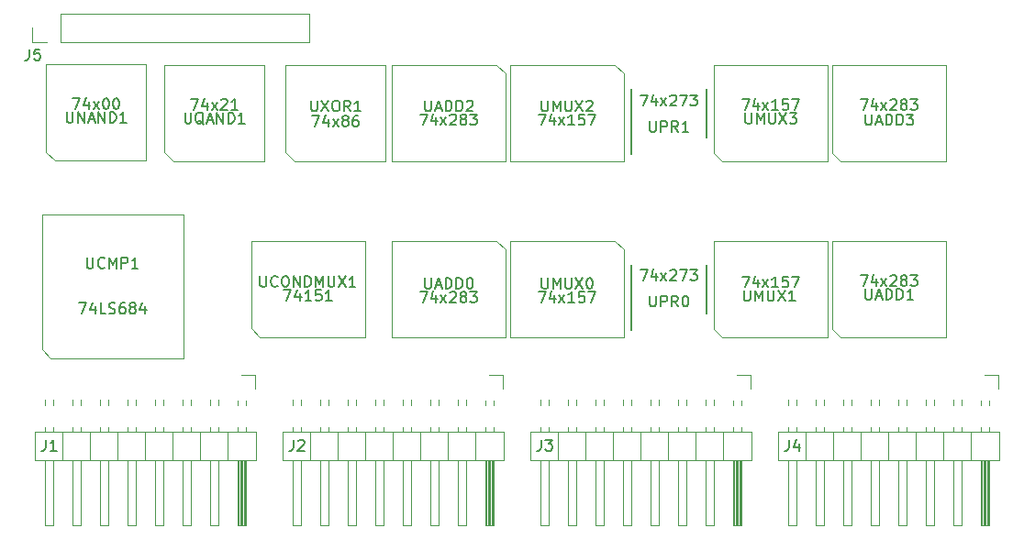
<source format=gbr>
G04 #@! TF.GenerationSoftware,KiCad,Pcbnew,5.1.5+dfsg1-2build2*
G04 #@! TF.CreationDate,2022-05-21T12:29:04-07:00*
G04 #@! TF.ProjectId,ProgramCounter,50726f67-7261-46d4-936f-756e7465722e,rev?*
G04 #@! TF.SameCoordinates,Original*
G04 #@! TF.FileFunction,Legend,Top*
G04 #@! TF.FilePolarity,Positive*
%FSLAX46Y46*%
G04 Gerber Fmt 4.6, Leading zero omitted, Abs format (unit mm)*
G04 Created by KiCad (PCBNEW 5.1.5+dfsg1-2build2) date 2022-05-21 12:29:04*
%MOMM*%
%LPD*%
G04 APERTURE LIST*
%ADD10C,0.120000*%
%ADD11C,0.150000*%
G04 APERTURE END LIST*
D10*
X50994000Y-53654000D02*
X50994000Y-52324000D01*
X52324000Y-53654000D02*
X50994000Y-53654000D01*
X53594000Y-53654000D02*
X53594000Y-50994000D01*
X53594000Y-50994000D02*
X76514000Y-50994000D01*
X53594000Y-53654000D02*
X76514000Y-53654000D01*
X76514000Y-53654000D02*
X76514000Y-50994000D01*
X140170000Y-84390000D02*
X140170000Y-85660000D01*
X138900000Y-84390000D02*
X140170000Y-84390000D01*
X120740000Y-86702929D02*
X120740000Y-87157071D01*
X121500000Y-86702929D02*
X121500000Y-87157071D01*
X120740000Y-89242929D02*
X120740000Y-89640000D01*
X121500000Y-89242929D02*
X121500000Y-89640000D01*
X120740000Y-98300000D02*
X120740000Y-92300000D01*
X121500000Y-98300000D02*
X120740000Y-98300000D01*
X121500000Y-92300000D02*
X121500000Y-98300000D01*
X122390000Y-89640000D02*
X122390000Y-92300000D01*
X123280000Y-86702929D02*
X123280000Y-87157071D01*
X124040000Y-86702929D02*
X124040000Y-87157071D01*
X123280000Y-89242929D02*
X123280000Y-89640000D01*
X124040000Y-89242929D02*
X124040000Y-89640000D01*
X123280000Y-98300000D02*
X123280000Y-92300000D01*
X124040000Y-98300000D02*
X123280000Y-98300000D01*
X124040000Y-92300000D02*
X124040000Y-98300000D01*
X124930000Y-89640000D02*
X124930000Y-92300000D01*
X125820000Y-86702929D02*
X125820000Y-87157071D01*
X126580000Y-86702929D02*
X126580000Y-87157071D01*
X125820000Y-89242929D02*
X125820000Y-89640000D01*
X126580000Y-89242929D02*
X126580000Y-89640000D01*
X125820000Y-98300000D02*
X125820000Y-92300000D01*
X126580000Y-98300000D02*
X125820000Y-98300000D01*
X126580000Y-92300000D02*
X126580000Y-98300000D01*
X127470000Y-89640000D02*
X127470000Y-92300000D01*
X128360000Y-86702929D02*
X128360000Y-87157071D01*
X129120000Y-86702929D02*
X129120000Y-87157071D01*
X128360000Y-89242929D02*
X128360000Y-89640000D01*
X129120000Y-89242929D02*
X129120000Y-89640000D01*
X128360000Y-98300000D02*
X128360000Y-92300000D01*
X129120000Y-98300000D02*
X128360000Y-98300000D01*
X129120000Y-92300000D02*
X129120000Y-98300000D01*
X130010000Y-89640000D02*
X130010000Y-92300000D01*
X130900000Y-86702929D02*
X130900000Y-87157071D01*
X131660000Y-86702929D02*
X131660000Y-87157071D01*
X130900000Y-89242929D02*
X130900000Y-89640000D01*
X131660000Y-89242929D02*
X131660000Y-89640000D01*
X130900000Y-98300000D02*
X130900000Y-92300000D01*
X131660000Y-98300000D02*
X130900000Y-98300000D01*
X131660000Y-92300000D02*
X131660000Y-98300000D01*
X132550000Y-89640000D02*
X132550000Y-92300000D01*
X133440000Y-86702929D02*
X133440000Y-87157071D01*
X134200000Y-86702929D02*
X134200000Y-87157071D01*
X133440000Y-89242929D02*
X133440000Y-89640000D01*
X134200000Y-89242929D02*
X134200000Y-89640000D01*
X133440000Y-98300000D02*
X133440000Y-92300000D01*
X134200000Y-98300000D02*
X133440000Y-98300000D01*
X134200000Y-92300000D02*
X134200000Y-98300000D01*
X135090000Y-89640000D02*
X135090000Y-92300000D01*
X135980000Y-86702929D02*
X135980000Y-87157071D01*
X136740000Y-86702929D02*
X136740000Y-87157071D01*
X135980000Y-89242929D02*
X135980000Y-89640000D01*
X136740000Y-89242929D02*
X136740000Y-89640000D01*
X135980000Y-98300000D02*
X135980000Y-92300000D01*
X136740000Y-98300000D02*
X135980000Y-98300000D01*
X136740000Y-92300000D02*
X136740000Y-98300000D01*
X137630000Y-89640000D02*
X137630000Y-92300000D01*
X138520000Y-86770000D02*
X138520000Y-87157071D01*
X139280000Y-86770000D02*
X139280000Y-87157071D01*
X138520000Y-89242929D02*
X138520000Y-89640000D01*
X139280000Y-89242929D02*
X139280000Y-89640000D01*
X138620000Y-92300000D02*
X138620000Y-98300000D01*
X138740000Y-92300000D02*
X138740000Y-98300000D01*
X138860000Y-92300000D02*
X138860000Y-98300000D01*
X138980000Y-92300000D02*
X138980000Y-98300000D01*
X139100000Y-92300000D02*
X139100000Y-98300000D01*
X139220000Y-92300000D02*
X139220000Y-98300000D01*
X138520000Y-98300000D02*
X138520000Y-92300000D01*
X139280000Y-98300000D02*
X138520000Y-98300000D01*
X139280000Y-92300000D02*
X139280000Y-98300000D01*
X140230000Y-92300000D02*
X140230000Y-89640000D01*
X119790000Y-92300000D02*
X140230000Y-92300000D01*
X119790000Y-89640000D02*
X119790000Y-92300000D01*
X140230000Y-89640000D02*
X119790000Y-89640000D01*
X94450000Y-84390000D02*
X94450000Y-85660000D01*
X93180000Y-84390000D02*
X94450000Y-84390000D01*
X75020000Y-86702929D02*
X75020000Y-87157071D01*
X75780000Y-86702929D02*
X75780000Y-87157071D01*
X75020000Y-89242929D02*
X75020000Y-89640000D01*
X75780000Y-89242929D02*
X75780000Y-89640000D01*
X75020000Y-98300000D02*
X75020000Y-92300000D01*
X75780000Y-98300000D02*
X75020000Y-98300000D01*
X75780000Y-92300000D02*
X75780000Y-98300000D01*
X76670000Y-89640000D02*
X76670000Y-92300000D01*
X77560000Y-86702929D02*
X77560000Y-87157071D01*
X78320000Y-86702929D02*
X78320000Y-87157071D01*
X77560000Y-89242929D02*
X77560000Y-89640000D01*
X78320000Y-89242929D02*
X78320000Y-89640000D01*
X77560000Y-98300000D02*
X77560000Y-92300000D01*
X78320000Y-98300000D02*
X77560000Y-98300000D01*
X78320000Y-92300000D02*
X78320000Y-98300000D01*
X79210000Y-89640000D02*
X79210000Y-92300000D01*
X80100000Y-86702929D02*
X80100000Y-87157071D01*
X80860000Y-86702929D02*
X80860000Y-87157071D01*
X80100000Y-89242929D02*
X80100000Y-89640000D01*
X80860000Y-89242929D02*
X80860000Y-89640000D01*
X80100000Y-98300000D02*
X80100000Y-92300000D01*
X80860000Y-98300000D02*
X80100000Y-98300000D01*
X80860000Y-92300000D02*
X80860000Y-98300000D01*
X81750000Y-89640000D02*
X81750000Y-92300000D01*
X82640000Y-86702929D02*
X82640000Y-87157071D01*
X83400000Y-86702929D02*
X83400000Y-87157071D01*
X82640000Y-89242929D02*
X82640000Y-89640000D01*
X83400000Y-89242929D02*
X83400000Y-89640000D01*
X82640000Y-98300000D02*
X82640000Y-92300000D01*
X83400000Y-98300000D02*
X82640000Y-98300000D01*
X83400000Y-92300000D02*
X83400000Y-98300000D01*
X84290000Y-89640000D02*
X84290000Y-92300000D01*
X85180000Y-86702929D02*
X85180000Y-87157071D01*
X85940000Y-86702929D02*
X85940000Y-87157071D01*
X85180000Y-89242929D02*
X85180000Y-89640000D01*
X85940000Y-89242929D02*
X85940000Y-89640000D01*
X85180000Y-98300000D02*
X85180000Y-92300000D01*
X85940000Y-98300000D02*
X85180000Y-98300000D01*
X85940000Y-92300000D02*
X85940000Y-98300000D01*
X86830000Y-89640000D02*
X86830000Y-92300000D01*
X87720000Y-86702929D02*
X87720000Y-87157071D01*
X88480000Y-86702929D02*
X88480000Y-87157071D01*
X87720000Y-89242929D02*
X87720000Y-89640000D01*
X88480000Y-89242929D02*
X88480000Y-89640000D01*
X87720000Y-98300000D02*
X87720000Y-92300000D01*
X88480000Y-98300000D02*
X87720000Y-98300000D01*
X88480000Y-92300000D02*
X88480000Y-98300000D01*
X89370000Y-89640000D02*
X89370000Y-92300000D01*
X90260000Y-86702929D02*
X90260000Y-87157071D01*
X91020000Y-86702929D02*
X91020000Y-87157071D01*
X90260000Y-89242929D02*
X90260000Y-89640000D01*
X91020000Y-89242929D02*
X91020000Y-89640000D01*
X90260000Y-98300000D02*
X90260000Y-92300000D01*
X91020000Y-98300000D02*
X90260000Y-98300000D01*
X91020000Y-92300000D02*
X91020000Y-98300000D01*
X91910000Y-89640000D02*
X91910000Y-92300000D01*
X92800000Y-86770000D02*
X92800000Y-87157071D01*
X93560000Y-86770000D02*
X93560000Y-87157071D01*
X92800000Y-89242929D02*
X92800000Y-89640000D01*
X93560000Y-89242929D02*
X93560000Y-89640000D01*
X92900000Y-92300000D02*
X92900000Y-98300000D01*
X93020000Y-92300000D02*
X93020000Y-98300000D01*
X93140000Y-92300000D02*
X93140000Y-98300000D01*
X93260000Y-92300000D02*
X93260000Y-98300000D01*
X93380000Y-92300000D02*
X93380000Y-98300000D01*
X93500000Y-92300000D02*
X93500000Y-98300000D01*
X92800000Y-98300000D02*
X92800000Y-92300000D01*
X93560000Y-98300000D02*
X92800000Y-98300000D01*
X93560000Y-92300000D02*
X93560000Y-98300000D01*
X94510000Y-92300000D02*
X94510000Y-89640000D01*
X74070000Y-92300000D02*
X94510000Y-92300000D01*
X74070000Y-89640000D02*
X74070000Y-92300000D01*
X94510000Y-89640000D02*
X74070000Y-89640000D01*
X71590000Y-84390000D02*
X71590000Y-85660000D01*
X70320000Y-84390000D02*
X71590000Y-84390000D01*
X52160000Y-86702929D02*
X52160000Y-87157071D01*
X52920000Y-86702929D02*
X52920000Y-87157071D01*
X52160000Y-89242929D02*
X52160000Y-89640000D01*
X52920000Y-89242929D02*
X52920000Y-89640000D01*
X52160000Y-98300000D02*
X52160000Y-92300000D01*
X52920000Y-98300000D02*
X52160000Y-98300000D01*
X52920000Y-92300000D02*
X52920000Y-98300000D01*
X53810000Y-89640000D02*
X53810000Y-92300000D01*
X54700000Y-86702929D02*
X54700000Y-87157071D01*
X55460000Y-86702929D02*
X55460000Y-87157071D01*
X54700000Y-89242929D02*
X54700000Y-89640000D01*
X55460000Y-89242929D02*
X55460000Y-89640000D01*
X54700000Y-98300000D02*
X54700000Y-92300000D01*
X55460000Y-98300000D02*
X54700000Y-98300000D01*
X55460000Y-92300000D02*
X55460000Y-98300000D01*
X56350000Y-89640000D02*
X56350000Y-92300000D01*
X57240000Y-86702929D02*
X57240000Y-87157071D01*
X58000000Y-86702929D02*
X58000000Y-87157071D01*
X57240000Y-89242929D02*
X57240000Y-89640000D01*
X58000000Y-89242929D02*
X58000000Y-89640000D01*
X57240000Y-98300000D02*
X57240000Y-92300000D01*
X58000000Y-98300000D02*
X57240000Y-98300000D01*
X58000000Y-92300000D02*
X58000000Y-98300000D01*
X58890000Y-89640000D02*
X58890000Y-92300000D01*
X59780000Y-86702929D02*
X59780000Y-87157071D01*
X60540000Y-86702929D02*
X60540000Y-87157071D01*
X59780000Y-89242929D02*
X59780000Y-89640000D01*
X60540000Y-89242929D02*
X60540000Y-89640000D01*
X59780000Y-98300000D02*
X59780000Y-92300000D01*
X60540000Y-98300000D02*
X59780000Y-98300000D01*
X60540000Y-92300000D02*
X60540000Y-98300000D01*
X61430000Y-89640000D02*
X61430000Y-92300000D01*
X62320000Y-86702929D02*
X62320000Y-87157071D01*
X63080000Y-86702929D02*
X63080000Y-87157071D01*
X62320000Y-89242929D02*
X62320000Y-89640000D01*
X63080000Y-89242929D02*
X63080000Y-89640000D01*
X62320000Y-98300000D02*
X62320000Y-92300000D01*
X63080000Y-98300000D02*
X62320000Y-98300000D01*
X63080000Y-92300000D02*
X63080000Y-98300000D01*
X63970000Y-89640000D02*
X63970000Y-92300000D01*
X64860000Y-86702929D02*
X64860000Y-87157071D01*
X65620000Y-86702929D02*
X65620000Y-87157071D01*
X64860000Y-89242929D02*
X64860000Y-89640000D01*
X65620000Y-89242929D02*
X65620000Y-89640000D01*
X64860000Y-98300000D02*
X64860000Y-92300000D01*
X65620000Y-98300000D02*
X64860000Y-98300000D01*
X65620000Y-92300000D02*
X65620000Y-98300000D01*
X66510000Y-89640000D02*
X66510000Y-92300000D01*
X67400000Y-86702929D02*
X67400000Y-87157071D01*
X68160000Y-86702929D02*
X68160000Y-87157071D01*
X67400000Y-89242929D02*
X67400000Y-89640000D01*
X68160000Y-89242929D02*
X68160000Y-89640000D01*
X67400000Y-98300000D02*
X67400000Y-92300000D01*
X68160000Y-98300000D02*
X67400000Y-98300000D01*
X68160000Y-92300000D02*
X68160000Y-98300000D01*
X69050000Y-89640000D02*
X69050000Y-92300000D01*
X69940000Y-86770000D02*
X69940000Y-87157071D01*
X70700000Y-86770000D02*
X70700000Y-87157071D01*
X69940000Y-89242929D02*
X69940000Y-89640000D01*
X70700000Y-89242929D02*
X70700000Y-89640000D01*
X70040000Y-92300000D02*
X70040000Y-98300000D01*
X70160000Y-92300000D02*
X70160000Y-98300000D01*
X70280000Y-92300000D02*
X70280000Y-98300000D01*
X70400000Y-92300000D02*
X70400000Y-98300000D01*
X70520000Y-92300000D02*
X70520000Y-98300000D01*
X70640000Y-92300000D02*
X70640000Y-98300000D01*
X69940000Y-98300000D02*
X69940000Y-92300000D01*
X70700000Y-98300000D02*
X69940000Y-98300000D01*
X70700000Y-92300000D02*
X70700000Y-98300000D01*
X71650000Y-92300000D02*
X71650000Y-89640000D01*
X51210000Y-92300000D02*
X71650000Y-92300000D01*
X51210000Y-89640000D02*
X51210000Y-92300000D01*
X71650000Y-89640000D02*
X51210000Y-89640000D01*
X117310000Y-84390000D02*
X117310000Y-85660000D01*
X116040000Y-84390000D02*
X117310000Y-84390000D01*
X97880000Y-86702929D02*
X97880000Y-87157071D01*
X98640000Y-86702929D02*
X98640000Y-87157071D01*
X97880000Y-89242929D02*
X97880000Y-89640000D01*
X98640000Y-89242929D02*
X98640000Y-89640000D01*
X97880000Y-98300000D02*
X97880000Y-92300000D01*
X98640000Y-98300000D02*
X97880000Y-98300000D01*
X98640000Y-92300000D02*
X98640000Y-98300000D01*
X99530000Y-89640000D02*
X99530000Y-92300000D01*
X100420000Y-86702929D02*
X100420000Y-87157071D01*
X101180000Y-86702929D02*
X101180000Y-87157071D01*
X100420000Y-89242929D02*
X100420000Y-89640000D01*
X101180000Y-89242929D02*
X101180000Y-89640000D01*
X100420000Y-98300000D02*
X100420000Y-92300000D01*
X101180000Y-98300000D02*
X100420000Y-98300000D01*
X101180000Y-92300000D02*
X101180000Y-98300000D01*
X102070000Y-89640000D02*
X102070000Y-92300000D01*
X102960000Y-86702929D02*
X102960000Y-87157071D01*
X103720000Y-86702929D02*
X103720000Y-87157071D01*
X102960000Y-89242929D02*
X102960000Y-89640000D01*
X103720000Y-89242929D02*
X103720000Y-89640000D01*
X102960000Y-98300000D02*
X102960000Y-92300000D01*
X103720000Y-98300000D02*
X102960000Y-98300000D01*
X103720000Y-92300000D02*
X103720000Y-98300000D01*
X104610000Y-89640000D02*
X104610000Y-92300000D01*
X105500000Y-86702929D02*
X105500000Y-87157071D01*
X106260000Y-86702929D02*
X106260000Y-87157071D01*
X105500000Y-89242929D02*
X105500000Y-89640000D01*
X106260000Y-89242929D02*
X106260000Y-89640000D01*
X105500000Y-98300000D02*
X105500000Y-92300000D01*
X106260000Y-98300000D02*
X105500000Y-98300000D01*
X106260000Y-92300000D02*
X106260000Y-98300000D01*
X107150000Y-89640000D02*
X107150000Y-92300000D01*
X108040000Y-86702929D02*
X108040000Y-87157071D01*
X108800000Y-86702929D02*
X108800000Y-87157071D01*
X108040000Y-89242929D02*
X108040000Y-89640000D01*
X108800000Y-89242929D02*
X108800000Y-89640000D01*
X108040000Y-98300000D02*
X108040000Y-92300000D01*
X108800000Y-98300000D02*
X108040000Y-98300000D01*
X108800000Y-92300000D02*
X108800000Y-98300000D01*
X109690000Y-89640000D02*
X109690000Y-92300000D01*
X110580000Y-86702929D02*
X110580000Y-87157071D01*
X111340000Y-86702929D02*
X111340000Y-87157071D01*
X110580000Y-89242929D02*
X110580000Y-89640000D01*
X111340000Y-89242929D02*
X111340000Y-89640000D01*
X110580000Y-98300000D02*
X110580000Y-92300000D01*
X111340000Y-98300000D02*
X110580000Y-98300000D01*
X111340000Y-92300000D02*
X111340000Y-98300000D01*
X112230000Y-89640000D02*
X112230000Y-92300000D01*
X113120000Y-86702929D02*
X113120000Y-87157071D01*
X113880000Y-86702929D02*
X113880000Y-87157071D01*
X113120000Y-89242929D02*
X113120000Y-89640000D01*
X113880000Y-89242929D02*
X113880000Y-89640000D01*
X113120000Y-98300000D02*
X113120000Y-92300000D01*
X113880000Y-98300000D02*
X113120000Y-98300000D01*
X113880000Y-92300000D02*
X113880000Y-98300000D01*
X114770000Y-89640000D02*
X114770000Y-92300000D01*
X115660000Y-86770000D02*
X115660000Y-87157071D01*
X116420000Y-86770000D02*
X116420000Y-87157071D01*
X115660000Y-89242929D02*
X115660000Y-89640000D01*
X116420000Y-89242929D02*
X116420000Y-89640000D01*
X115760000Y-92300000D02*
X115760000Y-98300000D01*
X115880000Y-92300000D02*
X115880000Y-98300000D01*
X116000000Y-92300000D02*
X116000000Y-98300000D01*
X116120000Y-92300000D02*
X116120000Y-98300000D01*
X116240000Y-92300000D02*
X116240000Y-98300000D01*
X116360000Y-92300000D02*
X116360000Y-98300000D01*
X115660000Y-98300000D02*
X115660000Y-92300000D01*
X116420000Y-98300000D02*
X115660000Y-98300000D01*
X116420000Y-92300000D02*
X116420000Y-98300000D01*
X117370000Y-92300000D02*
X117370000Y-89640000D01*
X96930000Y-92300000D02*
X117370000Y-92300000D01*
X96930000Y-89640000D02*
X96930000Y-92300000D01*
X117370000Y-89640000D02*
X96930000Y-89640000D01*
X135293000Y-80922000D02*
X125603000Y-80922000D01*
X135293000Y-72022000D02*
X135293000Y-80922000D01*
X124803000Y-72022000D02*
X135293000Y-72022000D01*
X124803000Y-80122000D02*
X124803000Y-72022000D01*
X125603000Y-80922000D02*
X124803000Y-80122000D01*
X64008000Y-64648000D02*
X63208000Y-63848000D01*
X63208000Y-63848000D02*
X63208000Y-55748000D01*
X63208000Y-55748000D02*
X72428000Y-55748000D01*
X72428000Y-55748000D02*
X72428000Y-64648000D01*
X72428000Y-64648000D02*
X64008000Y-64648000D01*
X53086000Y-64586000D02*
X52286000Y-63786000D01*
X52286000Y-63786000D02*
X52286000Y-55686000D01*
X52286000Y-55686000D02*
X61506000Y-55686000D01*
X61506000Y-55686000D02*
X61506000Y-64586000D01*
X61506000Y-64586000D02*
X53086000Y-64586000D01*
X75184000Y-64648000D02*
X74384000Y-63848000D01*
X74384000Y-63848000D02*
X74384000Y-55748000D01*
X74384000Y-55748000D02*
X83604000Y-55748000D01*
X83604000Y-55748000D02*
X83604000Y-64648000D01*
X83604000Y-64648000D02*
X75184000Y-64648000D01*
D11*
X106278000Y-63966000D02*
X106278000Y-57991000D01*
X113178000Y-62441000D02*
X113178000Y-57991000D01*
X106278000Y-80222000D02*
X106278000Y-74247000D01*
X113178000Y-78697000D02*
X113178000Y-74247000D01*
D10*
X72009000Y-80904000D02*
X71209000Y-80104000D01*
X71209000Y-80104000D02*
X71209000Y-72004000D01*
X71209000Y-72004000D02*
X81699000Y-72004000D01*
X81699000Y-72004000D02*
X81699000Y-80904000D01*
X81699000Y-80904000D02*
X72009000Y-80904000D01*
X64935000Y-82850000D02*
X52705000Y-82850000D01*
X64935000Y-69550000D02*
X64935000Y-82850000D01*
X51905000Y-69550000D02*
X64935000Y-69550000D01*
X51905000Y-82050000D02*
X51905000Y-69550000D01*
X52705000Y-82850000D02*
X51905000Y-82050000D01*
X124371000Y-64666000D02*
X114681000Y-64666000D01*
X124371000Y-55766000D02*
X124371000Y-64666000D01*
X113881000Y-55766000D02*
X124371000Y-55766000D01*
X113881000Y-63866000D02*
X113881000Y-55766000D01*
X114681000Y-64666000D02*
X113881000Y-63866000D01*
X95085000Y-55766000D02*
X104775000Y-55766000D01*
X95085000Y-64666000D02*
X95085000Y-55766000D01*
X105575000Y-64666000D02*
X95085000Y-64666000D01*
X105575000Y-56566000D02*
X105575000Y-64666000D01*
X104775000Y-55766000D02*
X105575000Y-56566000D01*
X124371000Y-80922000D02*
X114681000Y-80922000D01*
X124371000Y-72022000D02*
X124371000Y-80922000D01*
X113881000Y-72022000D02*
X124371000Y-72022000D01*
X113881000Y-80122000D02*
X113881000Y-72022000D01*
X114681000Y-80922000D02*
X113881000Y-80122000D01*
X95085000Y-72022000D02*
X104775000Y-72022000D01*
X95085000Y-80922000D02*
X95085000Y-72022000D01*
X105575000Y-80922000D02*
X95085000Y-80922000D01*
X105575000Y-72822000D02*
X105575000Y-80922000D01*
X104775000Y-72022000D02*
X105575000Y-72822000D01*
X135293000Y-64666000D02*
X125603000Y-64666000D01*
X135293000Y-55766000D02*
X135293000Y-64666000D01*
X124803000Y-55766000D02*
X135293000Y-55766000D01*
X124803000Y-63866000D02*
X124803000Y-55766000D01*
X125603000Y-64666000D02*
X124803000Y-63866000D01*
X84163000Y-55766000D02*
X93853000Y-55766000D01*
X84163000Y-64666000D02*
X84163000Y-55766000D01*
X94653000Y-64666000D02*
X84163000Y-64666000D01*
X94653000Y-56566000D02*
X94653000Y-64666000D01*
X93853000Y-55766000D02*
X94653000Y-56566000D01*
X84163000Y-72022000D02*
X93853000Y-72022000D01*
X84163000Y-80922000D02*
X84163000Y-72022000D01*
X94653000Y-80922000D02*
X84163000Y-80922000D01*
X94653000Y-72822000D02*
X94653000Y-80922000D01*
X93853000Y-72022000D02*
X94653000Y-72822000D01*
D11*
X50720666Y-54316380D02*
X50720666Y-55030666D01*
X50673047Y-55173523D01*
X50577809Y-55268761D01*
X50434952Y-55316380D01*
X50339714Y-55316380D01*
X51673047Y-54316380D02*
X51196857Y-54316380D01*
X51149238Y-54792571D01*
X51196857Y-54744952D01*
X51292095Y-54697333D01*
X51530190Y-54697333D01*
X51625428Y-54744952D01*
X51673047Y-54792571D01*
X51720666Y-54887809D01*
X51720666Y-55125904D01*
X51673047Y-55221142D01*
X51625428Y-55268761D01*
X51530190Y-55316380D01*
X51292095Y-55316380D01*
X51196857Y-55268761D01*
X51149238Y-55221142D01*
X120824666Y-90384380D02*
X120824666Y-91098666D01*
X120777047Y-91241523D01*
X120681809Y-91336761D01*
X120538952Y-91384380D01*
X120443714Y-91384380D01*
X121729428Y-90717714D02*
X121729428Y-91384380D01*
X121491333Y-90336761D02*
X121253238Y-91051047D01*
X121872285Y-91051047D01*
X75104666Y-90384380D02*
X75104666Y-91098666D01*
X75057047Y-91241523D01*
X74961809Y-91336761D01*
X74818952Y-91384380D01*
X74723714Y-91384380D01*
X75533238Y-90479619D02*
X75580857Y-90432000D01*
X75676095Y-90384380D01*
X75914190Y-90384380D01*
X76009428Y-90432000D01*
X76057047Y-90479619D01*
X76104666Y-90574857D01*
X76104666Y-90670095D01*
X76057047Y-90812952D01*
X75485619Y-91384380D01*
X76104666Y-91384380D01*
X52244666Y-90384380D02*
X52244666Y-91098666D01*
X52197047Y-91241523D01*
X52101809Y-91336761D01*
X51958952Y-91384380D01*
X51863714Y-91384380D01*
X53244666Y-91384380D02*
X52673238Y-91384380D01*
X52958952Y-91384380D02*
X52958952Y-90384380D01*
X52863714Y-90527238D01*
X52768476Y-90622476D01*
X52673238Y-90670095D01*
X97964666Y-90384380D02*
X97964666Y-91098666D01*
X97917047Y-91241523D01*
X97821809Y-91336761D01*
X97678952Y-91384380D01*
X97583714Y-91384380D01*
X98345619Y-90384380D02*
X98964666Y-90384380D01*
X98631333Y-90765333D01*
X98774190Y-90765333D01*
X98869428Y-90812952D01*
X98917047Y-90860571D01*
X98964666Y-90955809D01*
X98964666Y-91193904D01*
X98917047Y-91289142D01*
X98869428Y-91336761D01*
X98774190Y-91384380D01*
X98488476Y-91384380D01*
X98393238Y-91336761D01*
X98345619Y-91289142D01*
X127857523Y-76432380D02*
X127857523Y-77241904D01*
X127905142Y-77337142D01*
X127952761Y-77384761D01*
X128048000Y-77432380D01*
X128238476Y-77432380D01*
X128333714Y-77384761D01*
X128381333Y-77337142D01*
X128428952Y-77241904D01*
X128428952Y-76432380D01*
X128857523Y-77146666D02*
X129333714Y-77146666D01*
X128762285Y-77432380D02*
X129095619Y-76432380D01*
X129428952Y-77432380D01*
X129762285Y-77432380D02*
X129762285Y-76432380D01*
X130000380Y-76432380D01*
X130143238Y-76480000D01*
X130238476Y-76575238D01*
X130286095Y-76670476D01*
X130333714Y-76860952D01*
X130333714Y-77003809D01*
X130286095Y-77194285D01*
X130238476Y-77289523D01*
X130143238Y-77384761D01*
X130000380Y-77432380D01*
X129762285Y-77432380D01*
X130762285Y-77432380D02*
X130762285Y-76432380D01*
X131000380Y-76432380D01*
X131143238Y-76480000D01*
X131238476Y-76575238D01*
X131286095Y-76670476D01*
X131333714Y-76860952D01*
X131333714Y-77003809D01*
X131286095Y-77194285D01*
X131238476Y-77289523D01*
X131143238Y-77384761D01*
X131000380Y-77432380D01*
X130762285Y-77432380D01*
X132286095Y-77432380D02*
X131714666Y-77432380D01*
X132000380Y-77432380D02*
X132000380Y-76432380D01*
X131905142Y-76575238D01*
X131809904Y-76670476D01*
X131714666Y-76718095D01*
X127405142Y-75162380D02*
X128071809Y-75162380D01*
X127643238Y-76162380D01*
X128881333Y-75495714D02*
X128881333Y-76162380D01*
X128643238Y-75114761D02*
X128405142Y-75829047D01*
X129024190Y-75829047D01*
X129309904Y-76162380D02*
X129833714Y-75495714D01*
X129309904Y-75495714D02*
X129833714Y-76162380D01*
X130167047Y-75257619D02*
X130214666Y-75210000D01*
X130309904Y-75162380D01*
X130548000Y-75162380D01*
X130643238Y-75210000D01*
X130690857Y-75257619D01*
X130738476Y-75352857D01*
X130738476Y-75448095D01*
X130690857Y-75590952D01*
X130119428Y-76162380D01*
X130738476Y-76162380D01*
X131309904Y-75590952D02*
X131214666Y-75543333D01*
X131167047Y-75495714D01*
X131119428Y-75400476D01*
X131119428Y-75352857D01*
X131167047Y-75257619D01*
X131214666Y-75210000D01*
X131309904Y-75162380D01*
X131500380Y-75162380D01*
X131595619Y-75210000D01*
X131643238Y-75257619D01*
X131690857Y-75352857D01*
X131690857Y-75400476D01*
X131643238Y-75495714D01*
X131595619Y-75543333D01*
X131500380Y-75590952D01*
X131309904Y-75590952D01*
X131214666Y-75638571D01*
X131167047Y-75686190D01*
X131119428Y-75781428D01*
X131119428Y-75971904D01*
X131167047Y-76067142D01*
X131214666Y-76114761D01*
X131309904Y-76162380D01*
X131500380Y-76162380D01*
X131595619Y-76114761D01*
X131643238Y-76067142D01*
X131690857Y-75971904D01*
X131690857Y-75781428D01*
X131643238Y-75686190D01*
X131595619Y-75638571D01*
X131500380Y-75590952D01*
X132024190Y-75162380D02*
X132643238Y-75162380D01*
X132309904Y-75543333D01*
X132452761Y-75543333D01*
X132548000Y-75590952D01*
X132595619Y-75638571D01*
X132643238Y-75733809D01*
X132643238Y-75971904D01*
X132595619Y-76067142D01*
X132548000Y-76114761D01*
X132452761Y-76162380D01*
X132167047Y-76162380D01*
X132071809Y-76114761D01*
X132024190Y-76067142D01*
X65079904Y-60158380D02*
X65079904Y-60967904D01*
X65127523Y-61063142D01*
X65175142Y-61110761D01*
X65270380Y-61158380D01*
X65460857Y-61158380D01*
X65556095Y-61110761D01*
X65603714Y-61063142D01*
X65651333Y-60967904D01*
X65651333Y-60158380D01*
X66794190Y-61253619D02*
X66698952Y-61206000D01*
X66603714Y-61110761D01*
X66460857Y-60967904D01*
X66365619Y-60920285D01*
X66270380Y-60920285D01*
X66318000Y-61158380D02*
X66222761Y-61110761D01*
X66127523Y-61015523D01*
X66079904Y-60825047D01*
X66079904Y-60491714D01*
X66127523Y-60301238D01*
X66222761Y-60206000D01*
X66318000Y-60158380D01*
X66508476Y-60158380D01*
X66603714Y-60206000D01*
X66698952Y-60301238D01*
X66746571Y-60491714D01*
X66746571Y-60825047D01*
X66698952Y-61015523D01*
X66603714Y-61110761D01*
X66508476Y-61158380D01*
X66318000Y-61158380D01*
X67127523Y-60872666D02*
X67603714Y-60872666D01*
X67032285Y-61158380D02*
X67365619Y-60158380D01*
X67698952Y-61158380D01*
X68032285Y-61158380D02*
X68032285Y-60158380D01*
X68603714Y-61158380D01*
X68603714Y-60158380D01*
X69079904Y-61158380D02*
X69079904Y-60158380D01*
X69318000Y-60158380D01*
X69460857Y-60206000D01*
X69556095Y-60301238D01*
X69603714Y-60396476D01*
X69651333Y-60586952D01*
X69651333Y-60729809D01*
X69603714Y-60920285D01*
X69556095Y-61015523D01*
X69460857Y-61110761D01*
X69318000Y-61158380D01*
X69079904Y-61158380D01*
X70603714Y-61158380D02*
X70032285Y-61158380D01*
X70318000Y-61158380D02*
X70318000Y-60158380D01*
X70222761Y-60301238D01*
X70127523Y-60396476D01*
X70032285Y-60444095D01*
X65651333Y-58888380D02*
X66318000Y-58888380D01*
X65889428Y-59888380D01*
X67127523Y-59221714D02*
X67127523Y-59888380D01*
X66889428Y-58840761D02*
X66651333Y-59555047D01*
X67270380Y-59555047D01*
X67556095Y-59888380D02*
X68079904Y-59221714D01*
X67556095Y-59221714D02*
X68079904Y-59888380D01*
X68413238Y-58983619D02*
X68460857Y-58936000D01*
X68556095Y-58888380D01*
X68794190Y-58888380D01*
X68889428Y-58936000D01*
X68937047Y-58983619D01*
X68984666Y-59078857D01*
X68984666Y-59174095D01*
X68937047Y-59316952D01*
X68365619Y-59888380D01*
X68984666Y-59888380D01*
X69937047Y-59888380D02*
X69365619Y-59888380D01*
X69651333Y-59888380D02*
X69651333Y-58888380D01*
X69556095Y-59031238D01*
X69460857Y-59126476D01*
X69365619Y-59174095D01*
X54157904Y-60096380D02*
X54157904Y-60905904D01*
X54205523Y-61001142D01*
X54253142Y-61048761D01*
X54348380Y-61096380D01*
X54538857Y-61096380D01*
X54634095Y-61048761D01*
X54681714Y-61001142D01*
X54729333Y-60905904D01*
X54729333Y-60096380D01*
X55205523Y-61096380D02*
X55205523Y-60096380D01*
X55776952Y-61096380D01*
X55776952Y-60096380D01*
X56205523Y-60810666D02*
X56681714Y-60810666D01*
X56110285Y-61096380D02*
X56443619Y-60096380D01*
X56776952Y-61096380D01*
X57110285Y-61096380D02*
X57110285Y-60096380D01*
X57681714Y-61096380D01*
X57681714Y-60096380D01*
X58157904Y-61096380D02*
X58157904Y-60096380D01*
X58396000Y-60096380D01*
X58538857Y-60144000D01*
X58634095Y-60239238D01*
X58681714Y-60334476D01*
X58729333Y-60524952D01*
X58729333Y-60667809D01*
X58681714Y-60858285D01*
X58634095Y-60953523D01*
X58538857Y-61048761D01*
X58396000Y-61096380D01*
X58157904Y-61096380D01*
X59681714Y-61096380D02*
X59110285Y-61096380D01*
X59396000Y-61096380D02*
X59396000Y-60096380D01*
X59300761Y-60239238D01*
X59205523Y-60334476D01*
X59110285Y-60382095D01*
X54729333Y-58826380D02*
X55396000Y-58826380D01*
X54967428Y-59826380D01*
X56205523Y-59159714D02*
X56205523Y-59826380D01*
X55967428Y-58778761D02*
X55729333Y-59493047D01*
X56348380Y-59493047D01*
X56634095Y-59826380D02*
X57157904Y-59159714D01*
X56634095Y-59159714D02*
X57157904Y-59826380D01*
X57729333Y-58826380D02*
X57824571Y-58826380D01*
X57919809Y-58874000D01*
X57967428Y-58921619D01*
X58015047Y-59016857D01*
X58062666Y-59207333D01*
X58062666Y-59445428D01*
X58015047Y-59635904D01*
X57967428Y-59731142D01*
X57919809Y-59778761D01*
X57824571Y-59826380D01*
X57729333Y-59826380D01*
X57634095Y-59778761D01*
X57586476Y-59731142D01*
X57538857Y-59635904D01*
X57491238Y-59445428D01*
X57491238Y-59207333D01*
X57538857Y-59016857D01*
X57586476Y-58921619D01*
X57634095Y-58874000D01*
X57729333Y-58826380D01*
X58681714Y-58826380D02*
X58776952Y-58826380D01*
X58872190Y-58874000D01*
X58919809Y-58921619D01*
X58967428Y-59016857D01*
X59015047Y-59207333D01*
X59015047Y-59445428D01*
X58967428Y-59635904D01*
X58919809Y-59731142D01*
X58872190Y-59778761D01*
X58776952Y-59826380D01*
X58681714Y-59826380D01*
X58586476Y-59778761D01*
X58538857Y-59731142D01*
X58491238Y-59635904D01*
X58443619Y-59445428D01*
X58443619Y-59207333D01*
X58491238Y-59016857D01*
X58538857Y-58921619D01*
X58586476Y-58874000D01*
X58681714Y-58826380D01*
X76735095Y-59038380D02*
X76735095Y-59847904D01*
X76782714Y-59943142D01*
X76830333Y-59990761D01*
X76925571Y-60038380D01*
X77116047Y-60038380D01*
X77211285Y-59990761D01*
X77258904Y-59943142D01*
X77306523Y-59847904D01*
X77306523Y-59038380D01*
X77687476Y-59038380D02*
X78354142Y-60038380D01*
X78354142Y-59038380D02*
X77687476Y-60038380D01*
X78925571Y-59038380D02*
X79116047Y-59038380D01*
X79211285Y-59086000D01*
X79306523Y-59181238D01*
X79354142Y-59371714D01*
X79354142Y-59705047D01*
X79306523Y-59895523D01*
X79211285Y-59990761D01*
X79116047Y-60038380D01*
X78925571Y-60038380D01*
X78830333Y-59990761D01*
X78735095Y-59895523D01*
X78687476Y-59705047D01*
X78687476Y-59371714D01*
X78735095Y-59181238D01*
X78830333Y-59086000D01*
X78925571Y-59038380D01*
X80354142Y-60038380D02*
X80020809Y-59562190D01*
X79782714Y-60038380D02*
X79782714Y-59038380D01*
X80163666Y-59038380D01*
X80258904Y-59086000D01*
X80306523Y-59133619D01*
X80354142Y-59228857D01*
X80354142Y-59371714D01*
X80306523Y-59466952D01*
X80258904Y-59514571D01*
X80163666Y-59562190D01*
X79782714Y-59562190D01*
X81306523Y-60038380D02*
X80735095Y-60038380D01*
X81020809Y-60038380D02*
X81020809Y-59038380D01*
X80925571Y-59181238D01*
X80830333Y-59276476D01*
X80735095Y-59324095D01*
X76830333Y-60435380D02*
X77497000Y-60435380D01*
X77068428Y-61435380D01*
X78306523Y-60768714D02*
X78306523Y-61435380D01*
X78068428Y-60387761D02*
X77830333Y-61102047D01*
X78449380Y-61102047D01*
X78735095Y-61435380D02*
X79258904Y-60768714D01*
X78735095Y-60768714D02*
X79258904Y-61435380D01*
X79782714Y-60863952D02*
X79687476Y-60816333D01*
X79639857Y-60768714D01*
X79592238Y-60673476D01*
X79592238Y-60625857D01*
X79639857Y-60530619D01*
X79687476Y-60483000D01*
X79782714Y-60435380D01*
X79973190Y-60435380D01*
X80068428Y-60483000D01*
X80116047Y-60530619D01*
X80163666Y-60625857D01*
X80163666Y-60673476D01*
X80116047Y-60768714D01*
X80068428Y-60816333D01*
X79973190Y-60863952D01*
X79782714Y-60863952D01*
X79687476Y-60911571D01*
X79639857Y-60959190D01*
X79592238Y-61054428D01*
X79592238Y-61244904D01*
X79639857Y-61340142D01*
X79687476Y-61387761D01*
X79782714Y-61435380D01*
X79973190Y-61435380D01*
X80068428Y-61387761D01*
X80116047Y-61340142D01*
X80163666Y-61244904D01*
X80163666Y-61054428D01*
X80116047Y-60959190D01*
X80068428Y-60911571D01*
X79973190Y-60863952D01*
X81020809Y-60435380D02*
X80830333Y-60435380D01*
X80735095Y-60483000D01*
X80687476Y-60530619D01*
X80592238Y-60673476D01*
X80544619Y-60863952D01*
X80544619Y-61244904D01*
X80592238Y-61340142D01*
X80639857Y-61387761D01*
X80735095Y-61435380D01*
X80925571Y-61435380D01*
X81020809Y-61387761D01*
X81068428Y-61340142D01*
X81116047Y-61244904D01*
X81116047Y-61006809D01*
X81068428Y-60911571D01*
X81020809Y-60863952D01*
X80925571Y-60816333D01*
X80735095Y-60816333D01*
X80639857Y-60863952D01*
X80592238Y-60911571D01*
X80544619Y-61006809D01*
X107966095Y-60938380D02*
X107966095Y-61747904D01*
X108013714Y-61843142D01*
X108061333Y-61890761D01*
X108156571Y-61938380D01*
X108347047Y-61938380D01*
X108442285Y-61890761D01*
X108489904Y-61843142D01*
X108537523Y-61747904D01*
X108537523Y-60938380D01*
X109013714Y-61938380D02*
X109013714Y-60938380D01*
X109394666Y-60938380D01*
X109489904Y-60986000D01*
X109537523Y-61033619D01*
X109585142Y-61128857D01*
X109585142Y-61271714D01*
X109537523Y-61366952D01*
X109489904Y-61414571D01*
X109394666Y-61462190D01*
X109013714Y-61462190D01*
X110585142Y-61938380D02*
X110251809Y-61462190D01*
X110013714Y-61938380D02*
X110013714Y-60938380D01*
X110394666Y-60938380D01*
X110489904Y-60986000D01*
X110537523Y-61033619D01*
X110585142Y-61128857D01*
X110585142Y-61271714D01*
X110537523Y-61366952D01*
X110489904Y-61414571D01*
X110394666Y-61462190D01*
X110013714Y-61462190D01*
X111537523Y-61938380D02*
X110966095Y-61938380D01*
X111251809Y-61938380D02*
X111251809Y-60938380D01*
X111156571Y-61081238D01*
X111061333Y-61176476D01*
X110966095Y-61224095D01*
X107085142Y-58525380D02*
X107751809Y-58525380D01*
X107323238Y-59525380D01*
X108561333Y-58858714D02*
X108561333Y-59525380D01*
X108323238Y-58477761D02*
X108085142Y-59192047D01*
X108704190Y-59192047D01*
X108989904Y-59525380D02*
X109513714Y-58858714D01*
X108989904Y-58858714D02*
X109513714Y-59525380D01*
X109847047Y-58620619D02*
X109894666Y-58573000D01*
X109989904Y-58525380D01*
X110228000Y-58525380D01*
X110323238Y-58573000D01*
X110370857Y-58620619D01*
X110418476Y-58715857D01*
X110418476Y-58811095D01*
X110370857Y-58953952D01*
X109799428Y-59525380D01*
X110418476Y-59525380D01*
X110751809Y-58525380D02*
X111418476Y-58525380D01*
X110989904Y-59525380D01*
X111704190Y-58525380D02*
X112323238Y-58525380D01*
X111989904Y-58906333D01*
X112132761Y-58906333D01*
X112228000Y-58953952D01*
X112275619Y-59001571D01*
X112323238Y-59096809D01*
X112323238Y-59334904D01*
X112275619Y-59430142D01*
X112228000Y-59477761D01*
X112132761Y-59525380D01*
X111847047Y-59525380D01*
X111751809Y-59477761D01*
X111704190Y-59430142D01*
X107966095Y-77067380D02*
X107966095Y-77876904D01*
X108013714Y-77972142D01*
X108061333Y-78019761D01*
X108156571Y-78067380D01*
X108347047Y-78067380D01*
X108442285Y-78019761D01*
X108489904Y-77972142D01*
X108537523Y-77876904D01*
X108537523Y-77067380D01*
X109013714Y-78067380D02*
X109013714Y-77067380D01*
X109394666Y-77067380D01*
X109489904Y-77115000D01*
X109537523Y-77162619D01*
X109585142Y-77257857D01*
X109585142Y-77400714D01*
X109537523Y-77495952D01*
X109489904Y-77543571D01*
X109394666Y-77591190D01*
X109013714Y-77591190D01*
X110585142Y-78067380D02*
X110251809Y-77591190D01*
X110013714Y-78067380D02*
X110013714Y-77067380D01*
X110394666Y-77067380D01*
X110489904Y-77115000D01*
X110537523Y-77162619D01*
X110585142Y-77257857D01*
X110585142Y-77400714D01*
X110537523Y-77495952D01*
X110489904Y-77543571D01*
X110394666Y-77591190D01*
X110013714Y-77591190D01*
X111204190Y-77067380D02*
X111299428Y-77067380D01*
X111394666Y-77115000D01*
X111442285Y-77162619D01*
X111489904Y-77257857D01*
X111537523Y-77448333D01*
X111537523Y-77686428D01*
X111489904Y-77876904D01*
X111442285Y-77972142D01*
X111394666Y-78019761D01*
X111299428Y-78067380D01*
X111204190Y-78067380D01*
X111108952Y-78019761D01*
X111061333Y-77972142D01*
X111013714Y-77876904D01*
X110966095Y-77686428D01*
X110966095Y-77448333D01*
X111013714Y-77257857D01*
X111061333Y-77162619D01*
X111108952Y-77115000D01*
X111204190Y-77067380D01*
X107085142Y-74654380D02*
X107751809Y-74654380D01*
X107323238Y-75654380D01*
X108561333Y-74987714D02*
X108561333Y-75654380D01*
X108323238Y-74606761D02*
X108085142Y-75321047D01*
X108704190Y-75321047D01*
X108989904Y-75654380D02*
X109513714Y-74987714D01*
X108989904Y-74987714D02*
X109513714Y-75654380D01*
X109847047Y-74749619D02*
X109894666Y-74702000D01*
X109989904Y-74654380D01*
X110228000Y-74654380D01*
X110323238Y-74702000D01*
X110370857Y-74749619D01*
X110418476Y-74844857D01*
X110418476Y-74940095D01*
X110370857Y-75082952D01*
X109799428Y-75654380D01*
X110418476Y-75654380D01*
X110751809Y-74654380D02*
X111418476Y-74654380D01*
X110989904Y-75654380D01*
X111704190Y-74654380D02*
X112323238Y-74654380D01*
X111989904Y-75035333D01*
X112132761Y-75035333D01*
X112228000Y-75082952D01*
X112275619Y-75130571D01*
X112323238Y-75225809D01*
X112323238Y-75463904D01*
X112275619Y-75559142D01*
X112228000Y-75606761D01*
X112132761Y-75654380D01*
X111847047Y-75654380D01*
X111751809Y-75606761D01*
X111704190Y-75559142D01*
X72007047Y-75265380D02*
X72007047Y-76074904D01*
X72054666Y-76170142D01*
X72102285Y-76217761D01*
X72197523Y-76265380D01*
X72388000Y-76265380D01*
X72483238Y-76217761D01*
X72530857Y-76170142D01*
X72578476Y-76074904D01*
X72578476Y-75265380D01*
X73626095Y-76170142D02*
X73578476Y-76217761D01*
X73435619Y-76265380D01*
X73340380Y-76265380D01*
X73197523Y-76217761D01*
X73102285Y-76122523D01*
X73054666Y-76027285D01*
X73007047Y-75836809D01*
X73007047Y-75693952D01*
X73054666Y-75503476D01*
X73102285Y-75408238D01*
X73197523Y-75313000D01*
X73340380Y-75265380D01*
X73435619Y-75265380D01*
X73578476Y-75313000D01*
X73626095Y-75360619D01*
X74245142Y-75265380D02*
X74435619Y-75265380D01*
X74530857Y-75313000D01*
X74626095Y-75408238D01*
X74673714Y-75598714D01*
X74673714Y-75932047D01*
X74626095Y-76122523D01*
X74530857Y-76217761D01*
X74435619Y-76265380D01*
X74245142Y-76265380D01*
X74149904Y-76217761D01*
X74054666Y-76122523D01*
X74007047Y-75932047D01*
X74007047Y-75598714D01*
X74054666Y-75408238D01*
X74149904Y-75313000D01*
X74245142Y-75265380D01*
X75102285Y-76265380D02*
X75102285Y-75265380D01*
X75673714Y-76265380D01*
X75673714Y-75265380D01*
X76149904Y-76265380D02*
X76149904Y-75265380D01*
X76388000Y-75265380D01*
X76530857Y-75313000D01*
X76626095Y-75408238D01*
X76673714Y-75503476D01*
X76721333Y-75693952D01*
X76721333Y-75836809D01*
X76673714Y-76027285D01*
X76626095Y-76122523D01*
X76530857Y-76217761D01*
X76388000Y-76265380D01*
X76149904Y-76265380D01*
X77149904Y-76265380D02*
X77149904Y-75265380D01*
X77483238Y-75979666D01*
X77816571Y-75265380D01*
X77816571Y-76265380D01*
X78292761Y-75265380D02*
X78292761Y-76074904D01*
X78340380Y-76170142D01*
X78388000Y-76217761D01*
X78483238Y-76265380D01*
X78673714Y-76265380D01*
X78768952Y-76217761D01*
X78816571Y-76170142D01*
X78864190Y-76074904D01*
X78864190Y-75265380D01*
X79245142Y-75265380D02*
X79911809Y-76265380D01*
X79911809Y-75265380D02*
X79245142Y-76265380D01*
X80816571Y-76265380D02*
X80245142Y-76265380D01*
X80530857Y-76265380D02*
X80530857Y-75265380D01*
X80435619Y-75408238D01*
X80340380Y-75503476D01*
X80245142Y-75551095D01*
X74215904Y-76535380D02*
X74882571Y-76535380D01*
X74454000Y-77535380D01*
X75692095Y-76868714D02*
X75692095Y-77535380D01*
X75454000Y-76487761D02*
X75215904Y-77202047D01*
X75834952Y-77202047D01*
X76739714Y-77535380D02*
X76168285Y-77535380D01*
X76454000Y-77535380D02*
X76454000Y-76535380D01*
X76358761Y-76678238D01*
X76263523Y-76773476D01*
X76168285Y-76821095D01*
X77644476Y-76535380D02*
X77168285Y-76535380D01*
X77120666Y-77011571D01*
X77168285Y-76963952D01*
X77263523Y-76916333D01*
X77501619Y-76916333D01*
X77596857Y-76963952D01*
X77644476Y-77011571D01*
X77692095Y-77106809D01*
X77692095Y-77344904D01*
X77644476Y-77440142D01*
X77596857Y-77487761D01*
X77501619Y-77535380D01*
X77263523Y-77535380D01*
X77168285Y-77487761D01*
X77120666Y-77440142D01*
X78644476Y-77535380D02*
X78073047Y-77535380D01*
X78358761Y-77535380D02*
X78358761Y-76535380D01*
X78263523Y-76678238D01*
X78168285Y-76773476D01*
X78073047Y-76821095D01*
X56030666Y-73541380D02*
X56030666Y-74350904D01*
X56078285Y-74446142D01*
X56125904Y-74493761D01*
X56221142Y-74541380D01*
X56411619Y-74541380D01*
X56506857Y-74493761D01*
X56554476Y-74446142D01*
X56602095Y-74350904D01*
X56602095Y-73541380D01*
X57649714Y-74446142D02*
X57602095Y-74493761D01*
X57459238Y-74541380D01*
X57364000Y-74541380D01*
X57221142Y-74493761D01*
X57125904Y-74398523D01*
X57078285Y-74303285D01*
X57030666Y-74112809D01*
X57030666Y-73969952D01*
X57078285Y-73779476D01*
X57125904Y-73684238D01*
X57221142Y-73589000D01*
X57364000Y-73541380D01*
X57459238Y-73541380D01*
X57602095Y-73589000D01*
X57649714Y-73636619D01*
X58078285Y-74541380D02*
X58078285Y-73541380D01*
X58411619Y-74255666D01*
X58744952Y-73541380D01*
X58744952Y-74541380D01*
X59221142Y-74541380D02*
X59221142Y-73541380D01*
X59602095Y-73541380D01*
X59697333Y-73589000D01*
X59744952Y-73636619D01*
X59792571Y-73731857D01*
X59792571Y-73874714D01*
X59744952Y-73969952D01*
X59697333Y-74017571D01*
X59602095Y-74065190D01*
X59221142Y-74065190D01*
X60744952Y-74541380D02*
X60173523Y-74541380D01*
X60459238Y-74541380D02*
X60459238Y-73541380D01*
X60364000Y-73684238D01*
X60268761Y-73779476D01*
X60173523Y-73827095D01*
X55300952Y-77732380D02*
X55967619Y-77732380D01*
X55539047Y-78732380D01*
X56777142Y-78065714D02*
X56777142Y-78732380D01*
X56539047Y-77684761D02*
X56300952Y-78399047D01*
X56920000Y-78399047D01*
X57777142Y-78732380D02*
X57300952Y-78732380D01*
X57300952Y-77732380D01*
X58062857Y-78684761D02*
X58205714Y-78732380D01*
X58443809Y-78732380D01*
X58539047Y-78684761D01*
X58586666Y-78637142D01*
X58634285Y-78541904D01*
X58634285Y-78446666D01*
X58586666Y-78351428D01*
X58539047Y-78303809D01*
X58443809Y-78256190D01*
X58253333Y-78208571D01*
X58158095Y-78160952D01*
X58110476Y-78113333D01*
X58062857Y-78018095D01*
X58062857Y-77922857D01*
X58110476Y-77827619D01*
X58158095Y-77780000D01*
X58253333Y-77732380D01*
X58491428Y-77732380D01*
X58634285Y-77780000D01*
X59491428Y-77732380D02*
X59300952Y-77732380D01*
X59205714Y-77780000D01*
X59158095Y-77827619D01*
X59062857Y-77970476D01*
X59015238Y-78160952D01*
X59015238Y-78541904D01*
X59062857Y-78637142D01*
X59110476Y-78684761D01*
X59205714Y-78732380D01*
X59396190Y-78732380D01*
X59491428Y-78684761D01*
X59539047Y-78637142D01*
X59586666Y-78541904D01*
X59586666Y-78303809D01*
X59539047Y-78208571D01*
X59491428Y-78160952D01*
X59396190Y-78113333D01*
X59205714Y-78113333D01*
X59110476Y-78160952D01*
X59062857Y-78208571D01*
X59015238Y-78303809D01*
X60158095Y-78160952D02*
X60062857Y-78113333D01*
X60015238Y-78065714D01*
X59967619Y-77970476D01*
X59967619Y-77922857D01*
X60015238Y-77827619D01*
X60062857Y-77780000D01*
X60158095Y-77732380D01*
X60348571Y-77732380D01*
X60443809Y-77780000D01*
X60491428Y-77827619D01*
X60539047Y-77922857D01*
X60539047Y-77970476D01*
X60491428Y-78065714D01*
X60443809Y-78113333D01*
X60348571Y-78160952D01*
X60158095Y-78160952D01*
X60062857Y-78208571D01*
X60015238Y-78256190D01*
X59967619Y-78351428D01*
X59967619Y-78541904D01*
X60015238Y-78637142D01*
X60062857Y-78684761D01*
X60158095Y-78732380D01*
X60348571Y-78732380D01*
X60443809Y-78684761D01*
X60491428Y-78637142D01*
X60539047Y-78541904D01*
X60539047Y-78351428D01*
X60491428Y-78256190D01*
X60443809Y-78208571D01*
X60348571Y-78160952D01*
X61396190Y-78065714D02*
X61396190Y-78732380D01*
X61158095Y-77684761D02*
X60920000Y-78399047D01*
X61539047Y-78399047D01*
X116792666Y-60176380D02*
X116792666Y-60985904D01*
X116840285Y-61081142D01*
X116887904Y-61128761D01*
X116983142Y-61176380D01*
X117173619Y-61176380D01*
X117268857Y-61128761D01*
X117316476Y-61081142D01*
X117364095Y-60985904D01*
X117364095Y-60176380D01*
X117840285Y-61176380D02*
X117840285Y-60176380D01*
X118173619Y-60890666D01*
X118506952Y-60176380D01*
X118506952Y-61176380D01*
X118983142Y-60176380D02*
X118983142Y-60985904D01*
X119030761Y-61081142D01*
X119078380Y-61128761D01*
X119173619Y-61176380D01*
X119364095Y-61176380D01*
X119459333Y-61128761D01*
X119506952Y-61081142D01*
X119554571Y-60985904D01*
X119554571Y-60176380D01*
X119935523Y-60176380D02*
X120602190Y-61176380D01*
X120602190Y-60176380D02*
X119935523Y-61176380D01*
X120887904Y-60176380D02*
X121506952Y-60176380D01*
X121173619Y-60557333D01*
X121316476Y-60557333D01*
X121411714Y-60604952D01*
X121459333Y-60652571D01*
X121506952Y-60747809D01*
X121506952Y-60985904D01*
X121459333Y-61081142D01*
X121411714Y-61128761D01*
X121316476Y-61176380D01*
X121030761Y-61176380D01*
X120935523Y-61128761D01*
X120887904Y-61081142D01*
X116483142Y-58906380D02*
X117149809Y-58906380D01*
X116721238Y-59906380D01*
X117959333Y-59239714D02*
X117959333Y-59906380D01*
X117721238Y-58858761D02*
X117483142Y-59573047D01*
X118102190Y-59573047D01*
X118387904Y-59906380D02*
X118911714Y-59239714D01*
X118387904Y-59239714D02*
X118911714Y-59906380D01*
X119816476Y-59906380D02*
X119245047Y-59906380D01*
X119530761Y-59906380D02*
X119530761Y-58906380D01*
X119435523Y-59049238D01*
X119340285Y-59144476D01*
X119245047Y-59192095D01*
X120721238Y-58906380D02*
X120245047Y-58906380D01*
X120197428Y-59382571D01*
X120245047Y-59334952D01*
X120340285Y-59287333D01*
X120578380Y-59287333D01*
X120673619Y-59334952D01*
X120721238Y-59382571D01*
X120768857Y-59477809D01*
X120768857Y-59715904D01*
X120721238Y-59811142D01*
X120673619Y-59858761D01*
X120578380Y-59906380D01*
X120340285Y-59906380D01*
X120245047Y-59858761D01*
X120197428Y-59811142D01*
X121102190Y-58906380D02*
X121768857Y-58906380D01*
X121340285Y-59906380D01*
X97996666Y-59033380D02*
X97996666Y-59842904D01*
X98044285Y-59938142D01*
X98091904Y-59985761D01*
X98187142Y-60033380D01*
X98377619Y-60033380D01*
X98472857Y-59985761D01*
X98520476Y-59938142D01*
X98568095Y-59842904D01*
X98568095Y-59033380D01*
X99044285Y-60033380D02*
X99044285Y-59033380D01*
X99377619Y-59747666D01*
X99710952Y-59033380D01*
X99710952Y-60033380D01*
X100187142Y-59033380D02*
X100187142Y-59842904D01*
X100234761Y-59938142D01*
X100282380Y-59985761D01*
X100377619Y-60033380D01*
X100568095Y-60033380D01*
X100663333Y-59985761D01*
X100710952Y-59938142D01*
X100758571Y-59842904D01*
X100758571Y-59033380D01*
X101139523Y-59033380D02*
X101806190Y-60033380D01*
X101806190Y-59033380D02*
X101139523Y-60033380D01*
X102139523Y-59128619D02*
X102187142Y-59081000D01*
X102282380Y-59033380D01*
X102520476Y-59033380D01*
X102615714Y-59081000D01*
X102663333Y-59128619D01*
X102710952Y-59223857D01*
X102710952Y-59319095D01*
X102663333Y-59461952D01*
X102091904Y-60033380D01*
X102710952Y-60033380D01*
X97687142Y-60303380D02*
X98353809Y-60303380D01*
X97925238Y-61303380D01*
X99163333Y-60636714D02*
X99163333Y-61303380D01*
X98925238Y-60255761D02*
X98687142Y-60970047D01*
X99306190Y-60970047D01*
X99591904Y-61303380D02*
X100115714Y-60636714D01*
X99591904Y-60636714D02*
X100115714Y-61303380D01*
X101020476Y-61303380D02*
X100449047Y-61303380D01*
X100734761Y-61303380D02*
X100734761Y-60303380D01*
X100639523Y-60446238D01*
X100544285Y-60541476D01*
X100449047Y-60589095D01*
X101925238Y-60303380D02*
X101449047Y-60303380D01*
X101401428Y-60779571D01*
X101449047Y-60731952D01*
X101544285Y-60684333D01*
X101782380Y-60684333D01*
X101877619Y-60731952D01*
X101925238Y-60779571D01*
X101972857Y-60874809D01*
X101972857Y-61112904D01*
X101925238Y-61208142D01*
X101877619Y-61255761D01*
X101782380Y-61303380D01*
X101544285Y-61303380D01*
X101449047Y-61255761D01*
X101401428Y-61208142D01*
X102306190Y-60303380D02*
X102972857Y-60303380D01*
X102544285Y-61303380D01*
X116665666Y-76559380D02*
X116665666Y-77368904D01*
X116713285Y-77464142D01*
X116760904Y-77511761D01*
X116856142Y-77559380D01*
X117046619Y-77559380D01*
X117141857Y-77511761D01*
X117189476Y-77464142D01*
X117237095Y-77368904D01*
X117237095Y-76559380D01*
X117713285Y-77559380D02*
X117713285Y-76559380D01*
X118046619Y-77273666D01*
X118379952Y-76559380D01*
X118379952Y-77559380D01*
X118856142Y-76559380D02*
X118856142Y-77368904D01*
X118903761Y-77464142D01*
X118951380Y-77511761D01*
X119046619Y-77559380D01*
X119237095Y-77559380D01*
X119332333Y-77511761D01*
X119379952Y-77464142D01*
X119427571Y-77368904D01*
X119427571Y-76559380D01*
X119808523Y-76559380D02*
X120475190Y-77559380D01*
X120475190Y-76559380D02*
X119808523Y-77559380D01*
X121379952Y-77559380D02*
X120808523Y-77559380D01*
X121094238Y-77559380D02*
X121094238Y-76559380D01*
X120999000Y-76702238D01*
X120903761Y-76797476D01*
X120808523Y-76845095D01*
X116483142Y-75289380D02*
X117149809Y-75289380D01*
X116721238Y-76289380D01*
X117959333Y-75622714D02*
X117959333Y-76289380D01*
X117721238Y-75241761D02*
X117483142Y-75956047D01*
X118102190Y-75956047D01*
X118387904Y-76289380D02*
X118911714Y-75622714D01*
X118387904Y-75622714D02*
X118911714Y-76289380D01*
X119816476Y-76289380D02*
X119245047Y-76289380D01*
X119530761Y-76289380D02*
X119530761Y-75289380D01*
X119435523Y-75432238D01*
X119340285Y-75527476D01*
X119245047Y-75575095D01*
X120721238Y-75289380D02*
X120245047Y-75289380D01*
X120197428Y-75765571D01*
X120245047Y-75717952D01*
X120340285Y-75670333D01*
X120578380Y-75670333D01*
X120673619Y-75717952D01*
X120721238Y-75765571D01*
X120768857Y-75860809D01*
X120768857Y-76098904D01*
X120721238Y-76194142D01*
X120673619Y-76241761D01*
X120578380Y-76289380D01*
X120340285Y-76289380D01*
X120245047Y-76241761D01*
X120197428Y-76194142D01*
X121102190Y-75289380D02*
X121768857Y-75289380D01*
X121340285Y-76289380D01*
X97996666Y-75416380D02*
X97996666Y-76225904D01*
X98044285Y-76321142D01*
X98091904Y-76368761D01*
X98187142Y-76416380D01*
X98377619Y-76416380D01*
X98472857Y-76368761D01*
X98520476Y-76321142D01*
X98568095Y-76225904D01*
X98568095Y-75416380D01*
X99044285Y-76416380D02*
X99044285Y-75416380D01*
X99377619Y-76130666D01*
X99710952Y-75416380D01*
X99710952Y-76416380D01*
X100187142Y-75416380D02*
X100187142Y-76225904D01*
X100234761Y-76321142D01*
X100282380Y-76368761D01*
X100377619Y-76416380D01*
X100568095Y-76416380D01*
X100663333Y-76368761D01*
X100710952Y-76321142D01*
X100758571Y-76225904D01*
X100758571Y-75416380D01*
X101139523Y-75416380D02*
X101806190Y-76416380D01*
X101806190Y-75416380D02*
X101139523Y-76416380D01*
X102377619Y-75416380D02*
X102472857Y-75416380D01*
X102568095Y-75464000D01*
X102615714Y-75511619D01*
X102663333Y-75606857D01*
X102710952Y-75797333D01*
X102710952Y-76035428D01*
X102663333Y-76225904D01*
X102615714Y-76321142D01*
X102568095Y-76368761D01*
X102472857Y-76416380D01*
X102377619Y-76416380D01*
X102282380Y-76368761D01*
X102234761Y-76321142D01*
X102187142Y-76225904D01*
X102139523Y-76035428D01*
X102139523Y-75797333D01*
X102187142Y-75606857D01*
X102234761Y-75511619D01*
X102282380Y-75464000D01*
X102377619Y-75416380D01*
X97687142Y-76686380D02*
X98353809Y-76686380D01*
X97925238Y-77686380D01*
X99163333Y-77019714D02*
X99163333Y-77686380D01*
X98925238Y-76638761D02*
X98687142Y-77353047D01*
X99306190Y-77353047D01*
X99591904Y-77686380D02*
X100115714Y-77019714D01*
X99591904Y-77019714D02*
X100115714Y-77686380D01*
X101020476Y-77686380D02*
X100449047Y-77686380D01*
X100734761Y-77686380D02*
X100734761Y-76686380D01*
X100639523Y-76829238D01*
X100544285Y-76924476D01*
X100449047Y-76972095D01*
X101925238Y-76686380D02*
X101449047Y-76686380D01*
X101401428Y-77162571D01*
X101449047Y-77114952D01*
X101544285Y-77067333D01*
X101782380Y-77067333D01*
X101877619Y-77114952D01*
X101925238Y-77162571D01*
X101972857Y-77257809D01*
X101972857Y-77495904D01*
X101925238Y-77591142D01*
X101877619Y-77638761D01*
X101782380Y-77686380D01*
X101544285Y-77686380D01*
X101449047Y-77638761D01*
X101401428Y-77591142D01*
X102306190Y-76686380D02*
X102972857Y-76686380D01*
X102544285Y-77686380D01*
X127857523Y-60303380D02*
X127857523Y-61112904D01*
X127905142Y-61208142D01*
X127952761Y-61255761D01*
X128048000Y-61303380D01*
X128238476Y-61303380D01*
X128333714Y-61255761D01*
X128381333Y-61208142D01*
X128428952Y-61112904D01*
X128428952Y-60303380D01*
X128857523Y-61017666D02*
X129333714Y-61017666D01*
X128762285Y-61303380D02*
X129095619Y-60303380D01*
X129428952Y-61303380D01*
X129762285Y-61303380D02*
X129762285Y-60303380D01*
X130000380Y-60303380D01*
X130143238Y-60351000D01*
X130238476Y-60446238D01*
X130286095Y-60541476D01*
X130333714Y-60731952D01*
X130333714Y-60874809D01*
X130286095Y-61065285D01*
X130238476Y-61160523D01*
X130143238Y-61255761D01*
X130000380Y-61303380D01*
X129762285Y-61303380D01*
X130762285Y-61303380D02*
X130762285Y-60303380D01*
X131000380Y-60303380D01*
X131143238Y-60351000D01*
X131238476Y-60446238D01*
X131286095Y-60541476D01*
X131333714Y-60731952D01*
X131333714Y-60874809D01*
X131286095Y-61065285D01*
X131238476Y-61160523D01*
X131143238Y-61255761D01*
X131000380Y-61303380D01*
X130762285Y-61303380D01*
X131667047Y-60303380D02*
X132286095Y-60303380D01*
X131952761Y-60684333D01*
X132095619Y-60684333D01*
X132190857Y-60731952D01*
X132238476Y-60779571D01*
X132286095Y-60874809D01*
X132286095Y-61112904D01*
X132238476Y-61208142D01*
X132190857Y-61255761D01*
X132095619Y-61303380D01*
X131809904Y-61303380D01*
X131714666Y-61255761D01*
X131667047Y-61208142D01*
X127405142Y-58906380D02*
X128071809Y-58906380D01*
X127643238Y-59906380D01*
X128881333Y-59239714D02*
X128881333Y-59906380D01*
X128643238Y-58858761D02*
X128405142Y-59573047D01*
X129024190Y-59573047D01*
X129309904Y-59906380D02*
X129833714Y-59239714D01*
X129309904Y-59239714D02*
X129833714Y-59906380D01*
X130167047Y-59001619D02*
X130214666Y-58954000D01*
X130309904Y-58906380D01*
X130548000Y-58906380D01*
X130643238Y-58954000D01*
X130690857Y-59001619D01*
X130738476Y-59096857D01*
X130738476Y-59192095D01*
X130690857Y-59334952D01*
X130119428Y-59906380D01*
X130738476Y-59906380D01*
X131309904Y-59334952D02*
X131214666Y-59287333D01*
X131167047Y-59239714D01*
X131119428Y-59144476D01*
X131119428Y-59096857D01*
X131167047Y-59001619D01*
X131214666Y-58954000D01*
X131309904Y-58906380D01*
X131500380Y-58906380D01*
X131595619Y-58954000D01*
X131643238Y-59001619D01*
X131690857Y-59096857D01*
X131690857Y-59144476D01*
X131643238Y-59239714D01*
X131595619Y-59287333D01*
X131500380Y-59334952D01*
X131309904Y-59334952D01*
X131214666Y-59382571D01*
X131167047Y-59430190D01*
X131119428Y-59525428D01*
X131119428Y-59715904D01*
X131167047Y-59811142D01*
X131214666Y-59858761D01*
X131309904Y-59906380D01*
X131500380Y-59906380D01*
X131595619Y-59858761D01*
X131643238Y-59811142D01*
X131690857Y-59715904D01*
X131690857Y-59525428D01*
X131643238Y-59430190D01*
X131595619Y-59382571D01*
X131500380Y-59334952D01*
X132024190Y-58906380D02*
X132643238Y-58906380D01*
X132309904Y-59287333D01*
X132452761Y-59287333D01*
X132548000Y-59334952D01*
X132595619Y-59382571D01*
X132643238Y-59477809D01*
X132643238Y-59715904D01*
X132595619Y-59811142D01*
X132548000Y-59858761D01*
X132452761Y-59906380D01*
X132167047Y-59906380D01*
X132071809Y-59858761D01*
X132024190Y-59811142D01*
X87217523Y-59033380D02*
X87217523Y-59842904D01*
X87265142Y-59938142D01*
X87312761Y-59985761D01*
X87408000Y-60033380D01*
X87598476Y-60033380D01*
X87693714Y-59985761D01*
X87741333Y-59938142D01*
X87788952Y-59842904D01*
X87788952Y-59033380D01*
X88217523Y-59747666D02*
X88693714Y-59747666D01*
X88122285Y-60033380D02*
X88455619Y-59033380D01*
X88788952Y-60033380D01*
X89122285Y-60033380D02*
X89122285Y-59033380D01*
X89360380Y-59033380D01*
X89503238Y-59081000D01*
X89598476Y-59176238D01*
X89646095Y-59271476D01*
X89693714Y-59461952D01*
X89693714Y-59604809D01*
X89646095Y-59795285D01*
X89598476Y-59890523D01*
X89503238Y-59985761D01*
X89360380Y-60033380D01*
X89122285Y-60033380D01*
X90122285Y-60033380D02*
X90122285Y-59033380D01*
X90360380Y-59033380D01*
X90503238Y-59081000D01*
X90598476Y-59176238D01*
X90646095Y-59271476D01*
X90693714Y-59461952D01*
X90693714Y-59604809D01*
X90646095Y-59795285D01*
X90598476Y-59890523D01*
X90503238Y-59985761D01*
X90360380Y-60033380D01*
X90122285Y-60033380D01*
X91074666Y-59128619D02*
X91122285Y-59081000D01*
X91217523Y-59033380D01*
X91455619Y-59033380D01*
X91550857Y-59081000D01*
X91598476Y-59128619D01*
X91646095Y-59223857D01*
X91646095Y-59319095D01*
X91598476Y-59461952D01*
X91027047Y-60033380D01*
X91646095Y-60033380D01*
X86765142Y-60303380D02*
X87431809Y-60303380D01*
X87003238Y-61303380D01*
X88241333Y-60636714D02*
X88241333Y-61303380D01*
X88003238Y-60255761D02*
X87765142Y-60970047D01*
X88384190Y-60970047D01*
X88669904Y-61303380D02*
X89193714Y-60636714D01*
X88669904Y-60636714D02*
X89193714Y-61303380D01*
X89527047Y-60398619D02*
X89574666Y-60351000D01*
X89669904Y-60303380D01*
X89908000Y-60303380D01*
X90003238Y-60351000D01*
X90050857Y-60398619D01*
X90098476Y-60493857D01*
X90098476Y-60589095D01*
X90050857Y-60731952D01*
X89479428Y-61303380D01*
X90098476Y-61303380D01*
X90669904Y-60731952D02*
X90574666Y-60684333D01*
X90527047Y-60636714D01*
X90479428Y-60541476D01*
X90479428Y-60493857D01*
X90527047Y-60398619D01*
X90574666Y-60351000D01*
X90669904Y-60303380D01*
X90860380Y-60303380D01*
X90955619Y-60351000D01*
X91003238Y-60398619D01*
X91050857Y-60493857D01*
X91050857Y-60541476D01*
X91003238Y-60636714D01*
X90955619Y-60684333D01*
X90860380Y-60731952D01*
X90669904Y-60731952D01*
X90574666Y-60779571D01*
X90527047Y-60827190D01*
X90479428Y-60922428D01*
X90479428Y-61112904D01*
X90527047Y-61208142D01*
X90574666Y-61255761D01*
X90669904Y-61303380D01*
X90860380Y-61303380D01*
X90955619Y-61255761D01*
X91003238Y-61208142D01*
X91050857Y-61112904D01*
X91050857Y-60922428D01*
X91003238Y-60827190D01*
X90955619Y-60779571D01*
X90860380Y-60731952D01*
X91384190Y-60303380D02*
X92003238Y-60303380D01*
X91669904Y-60684333D01*
X91812761Y-60684333D01*
X91908000Y-60731952D01*
X91955619Y-60779571D01*
X92003238Y-60874809D01*
X92003238Y-61112904D01*
X91955619Y-61208142D01*
X91908000Y-61255761D01*
X91812761Y-61303380D01*
X91527047Y-61303380D01*
X91431809Y-61255761D01*
X91384190Y-61208142D01*
X87217523Y-75416380D02*
X87217523Y-76225904D01*
X87265142Y-76321142D01*
X87312761Y-76368761D01*
X87408000Y-76416380D01*
X87598476Y-76416380D01*
X87693714Y-76368761D01*
X87741333Y-76321142D01*
X87788952Y-76225904D01*
X87788952Y-75416380D01*
X88217523Y-76130666D02*
X88693714Y-76130666D01*
X88122285Y-76416380D02*
X88455619Y-75416380D01*
X88788952Y-76416380D01*
X89122285Y-76416380D02*
X89122285Y-75416380D01*
X89360380Y-75416380D01*
X89503238Y-75464000D01*
X89598476Y-75559238D01*
X89646095Y-75654476D01*
X89693714Y-75844952D01*
X89693714Y-75987809D01*
X89646095Y-76178285D01*
X89598476Y-76273523D01*
X89503238Y-76368761D01*
X89360380Y-76416380D01*
X89122285Y-76416380D01*
X90122285Y-76416380D02*
X90122285Y-75416380D01*
X90360380Y-75416380D01*
X90503238Y-75464000D01*
X90598476Y-75559238D01*
X90646095Y-75654476D01*
X90693714Y-75844952D01*
X90693714Y-75987809D01*
X90646095Y-76178285D01*
X90598476Y-76273523D01*
X90503238Y-76368761D01*
X90360380Y-76416380D01*
X90122285Y-76416380D01*
X91312761Y-75416380D02*
X91408000Y-75416380D01*
X91503238Y-75464000D01*
X91550857Y-75511619D01*
X91598476Y-75606857D01*
X91646095Y-75797333D01*
X91646095Y-76035428D01*
X91598476Y-76225904D01*
X91550857Y-76321142D01*
X91503238Y-76368761D01*
X91408000Y-76416380D01*
X91312761Y-76416380D01*
X91217523Y-76368761D01*
X91169904Y-76321142D01*
X91122285Y-76225904D01*
X91074666Y-76035428D01*
X91074666Y-75797333D01*
X91122285Y-75606857D01*
X91169904Y-75511619D01*
X91217523Y-75464000D01*
X91312761Y-75416380D01*
X86765142Y-76686380D02*
X87431809Y-76686380D01*
X87003238Y-77686380D01*
X88241333Y-77019714D02*
X88241333Y-77686380D01*
X88003238Y-76638761D02*
X87765142Y-77353047D01*
X88384190Y-77353047D01*
X88669904Y-77686380D02*
X89193714Y-77019714D01*
X88669904Y-77019714D02*
X89193714Y-77686380D01*
X89527047Y-76781619D02*
X89574666Y-76734000D01*
X89669904Y-76686380D01*
X89908000Y-76686380D01*
X90003238Y-76734000D01*
X90050857Y-76781619D01*
X90098476Y-76876857D01*
X90098476Y-76972095D01*
X90050857Y-77114952D01*
X89479428Y-77686380D01*
X90098476Y-77686380D01*
X90669904Y-77114952D02*
X90574666Y-77067333D01*
X90527047Y-77019714D01*
X90479428Y-76924476D01*
X90479428Y-76876857D01*
X90527047Y-76781619D01*
X90574666Y-76734000D01*
X90669904Y-76686380D01*
X90860380Y-76686380D01*
X90955619Y-76734000D01*
X91003238Y-76781619D01*
X91050857Y-76876857D01*
X91050857Y-76924476D01*
X91003238Y-77019714D01*
X90955619Y-77067333D01*
X90860380Y-77114952D01*
X90669904Y-77114952D01*
X90574666Y-77162571D01*
X90527047Y-77210190D01*
X90479428Y-77305428D01*
X90479428Y-77495904D01*
X90527047Y-77591142D01*
X90574666Y-77638761D01*
X90669904Y-77686380D01*
X90860380Y-77686380D01*
X90955619Y-77638761D01*
X91003238Y-77591142D01*
X91050857Y-77495904D01*
X91050857Y-77305428D01*
X91003238Y-77210190D01*
X90955619Y-77162571D01*
X90860380Y-77114952D01*
X91384190Y-76686380D02*
X92003238Y-76686380D01*
X91669904Y-77067333D01*
X91812761Y-77067333D01*
X91908000Y-77114952D01*
X91955619Y-77162571D01*
X92003238Y-77257809D01*
X92003238Y-77495904D01*
X91955619Y-77591142D01*
X91908000Y-77638761D01*
X91812761Y-77686380D01*
X91527047Y-77686380D01*
X91431809Y-77638761D01*
X91384190Y-77591142D01*
M02*

</source>
